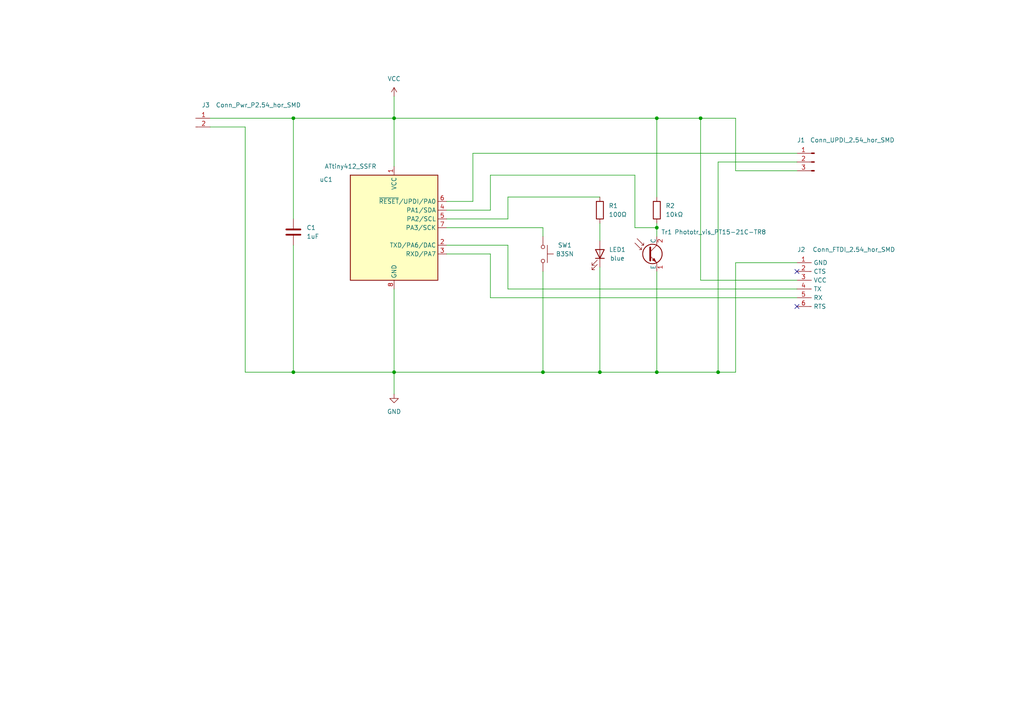
<source format=kicad_sch>
(kicad_sch (version 20211123) (generator eeschema)
  (paper "A4")
  (lib_symbols
    (symbol "Device:C" (pin_numbers hide) (pin_names (offset 0.254))
      (property "Reference" "C" (at 0.635 2.54 0))
      (property "Value" "C" (at 0.635 -2.54 0))
      (symbol "C_0_1"
        (polyline (pts (xy -2.032 -0.762) (xy 2.032 -0.762)) (stroke (width 0.508)))
        (polyline (pts (xy -2.032 0.762) (xy 2.032 0.762)) (stroke (width 0.508)))
      )
      (symbol "C_1_1"
        (pin passive line (at 0 3.81 270) (length 2.794) (name "~") (number "1"))
        (pin passive line (at 0 -3.81 90) (length 2.794) (name "~") (number "2"))
      )
    )
    (symbol "Device:LED" (pin_numbers hide) (pin_names (offset 1.016) hide)
      (property "Reference" "D" (at 0 2.54 0))
      (property "Value" "LED" (at 0 -2.54 0))
      (symbol "LED_0_1"
        (polyline (pts (xy -1.27 -1.27) (xy -1.27 1.27)) (stroke (width 0.254)))
        (polyline (pts (xy -1.27 0) (xy 1.27 0)))
        (polyline (pts (xy 1.27 -1.27) (xy 1.27 1.27) (xy -1.27 0) (xy 1.27 -1.27)) (stroke (width 0.254)))
        (polyline (pts (xy -3.048 -0.762) (xy -4.572 -2.286) (xy -3.81 -2.286) (xy -4.572 -2.286) (xy -4.572 -1.524)))
        (polyline (pts (xy -1.778 -0.762) (xy -3.302 -2.286) (xy -2.54 -2.286) (xy -3.302 -2.286) (xy -3.302 -1.524)))
      )
      (symbol "LED_1_1"
        (pin passive line (at -3.81 0 0) (length 2.54) (name "K") (number "1"))
        (pin passive line (at 3.81 0 180) (length 2.54) (name "A") (number "2"))
      )
    )
    (symbol "fab:BUTTON_B3SN" (pin_numbers hide) (pin_names (offset 1.016) hide)
      (property "Reference" "SW" (at 1.27 2.54 0))
      (property "Value" "BUTTON_B3SN" (at 0 -1.524 0))
      (symbol "BUTTON_B3SN_0_1"
        (circle (center -2.032 0) (radius 0.508))
        (polyline (pts (xy 0 1.27) (xy 0 3.048)))
        (polyline (pts (xy 2.54 1.27) (xy -2.54 1.27)))
        (circle (center 2.032 0) (radius 0.508))
        (pin passive line (at -5.08 0 0) (length 2.54) (name "1") (number "1"))
        (pin passive line (at 5.08 0 180) (length 2.54) (name "2") (number "2"))
      )
    )
    (symbol "fab:Conn_PinHeader_1x02_P2.54mm_Horizontal_SMD" (pin_names (offset 1.016))
      (property "Reference" "J" (at 0 2.54 0))
      (property "Value" "Conn_PinHeader_1x02_P2.54mm_Horizontal_SMD" (at 0 -5.08 0))
      (symbol "Conn_PinHeader_1x02_P2.54mm_Horizontal_SMD_1_1"
        (polyline (pts (xy 1.27 -2.54) (xy 0.8636 -2.54)) (stroke (width 0.1524)))
        (polyline (pts (xy 1.27 0) (xy 0.8636 0)) (stroke (width 0.1524)))
        (pin passive line (at 5.08 0 180) (length 3.81) (name "~") (number "1"))
        (pin passive line (at 5.08 -2.54 180) (length 3.81) (name "~") (number "2"))
      )
    )
    (symbol "fab:Conn_PinHeader_1x03_P2.54mm_Horizontal_SMD" (pin_names (offset 1.016) hide)
      (property "Reference" "J" (at 0 5.08 0))
      (property "Value" "Conn_PinHeader_1x03_P2.54mm_Horizontal_SMD" (at 0 -5.08 0))
      (symbol "Conn_PinHeader_1x03_P2.54mm_Horizontal_SMD_1_1"
        (polyline (pts (xy 1.27 -2.54) (xy 0.8636 -2.54)) (stroke (width 0.1524)))
        (polyline (pts (xy 1.27 0) (xy 0.8636 0)) (stroke (width 0.1524)))
        (polyline (pts (xy 1.27 2.54) (xy 0.8636 2.54)) (stroke (width 0.1524)))
        (rectangle (start 0.8636 -2.413) (end 0 -2.667) (stroke (width 0.1524)) (fill (type outline)))
        (rectangle (start 0.8636 0.127) (end 0 -0.127) (stroke (width 0.1524)) (fill (type outline)))
        (rectangle (start 0.8636 2.667) (end 0 2.413) (stroke (width 0.1524)) (fill (type outline)))
        (pin passive line (at 5.08 2.54 180) (length 3.81) (name "Pin_1") (number "1"))
        (pin passive line (at 5.08 0 180) (length 3.81) (name "Pin_2") (number "2"))
        (pin passive line (at 5.08 -2.54 180) (length 3.81) (name "Pin_3") (number "3"))
      )
    )
    (symbol "fab:Conn_PinHeader_FTDI_1x06_P2.54mm_Horizontal_SMD" (pin_names (offset 1.016))
      (property "Reference" "J" (at 0 7.62 0))
      (property "Value" "Conn_PinHeader_FTDI_1x06_P2.54mm_Horizontal_SMD" (at 0 -10.16 0))
      (symbol "Conn_PinHeader_FTDI_1x06_P2.54mm_Horizontal_SMD_1_1"
        (polyline (pts (xy 1.27 -7.62) (xy 0.8636 -7.62)) (stroke (width 0.1524)))
        (polyline (pts (xy 1.27 -5.08) (xy 0.8636 -5.08)) (stroke (width 0.1524)))
        (polyline (pts (xy 1.27 -2.54) (xy 0.8636 -2.54)) (stroke (width 0.1524)))
        (polyline (pts (xy 1.27 0) (xy 0.8636 0)) (stroke (width 0.1524)))
        (polyline (pts (xy 1.27 2.54) (xy 0.8636 2.54)) (stroke (width 0.1524)))
        (polyline (pts (xy 1.27 5.08) (xy 0.8636 5.08)) (stroke (width 0.1524)))
        (pin passive line (at 5.08 5.08 180) (length 3.81) (name "GND") (number "1"))
        (pin passive line (at 5.08 2.54 180) (length 3.81) (name "CTS") (number "2"))
        (pin passive line (at 5.08 0 180) (length 3.81) (name "VCC") (number "3"))
        (pin passive line (at 5.08 -2.54 180) (length 3.81) (name "TX") (number "4"))
        (pin passive line (at 5.08 -5.08 180) (length 3.81) (name "RX") (number "5"))
        (pin passive line (at 5.08 -7.62 180) (length 3.81) (name "RTS") (number "6"))
      )
    )
    (symbol "fab:Microcontroller_ATtiny412_SSFR"
      (property "Reference" "U" (at -12.7 17.78 0))
      (property "Value" "Microcontroller_ATtiny412_SSFR" (at 2.54 17.78 0))
      (symbol "Microcontroller_ATtiny412_SSFR_0_1"
        (rectangle (start -12.7 -15.24) (end 12.7 15.24) (stroke (width 0.254)) (fill (type background)))
      )
      (symbol "Microcontroller_ATtiny412_SSFR_1_1"
        (pin power_in line (at 0 17.78 270) (length 2.54) (name "VCC") (number "1"))
        (pin bidirectional line (at 15.24 -5.08 180) (length 2.54) (name "TXD/PA6/DAC") (number "2"))
        (pin bidirectional line (at 15.24 -7.62 180) (length 2.54) (name "RXD/PA7") (number "3"))
        (pin bidirectional line (at 15.24 5.08 180) (length 2.54) (name "PA1/SDA") (number "4"))
        (pin bidirectional line (at 15.24 2.54 180) (length 2.54) (name "PA2/SCL") (number "5"))
        (pin bidirectional line (at 15.24 7.62 180) (length 2.54) (name "~{RESET}/UPDI/PA0") (number "6"))
        (pin bidirectional line (at 15.24 0 180) (length 2.54) (name "PA3/SCK") (number "7"))
        (pin power_in line (at 0 -17.78 90) (length 2.54) (name "GND") (number "8"))
      )
    )
    (symbol "fab:Phototransistor_Visible_PT15-21C-TR8" (pin_names (offset 0))
      (property "Reference" "Q" (at 5.08 1.27 0))
      (property "Value" "Phototransistor_Visible_PT15-21C-TR8" (at 5.08 -1.27 0))
      (symbol "Phototransistor_Visible_PT15-21C-TR8_0_1"
        (polyline (pts (xy -1.905 1.27) (xy -2.54 1.27)))
        (polyline (pts (xy -1.27 2.54) (xy -1.905 2.54)))
        (polyline (pts (xy 0.635 0.635) (xy 2.54 2.54)))
        (polyline (pts (xy -3.81 3.175) (xy -1.905 1.27) (xy -1.905 1.905)))
        (polyline (pts (xy -3.175 4.445) (xy -1.27 2.54) (xy -1.27 3.175)))
        (polyline (pts (xy 0.635 -0.635) (xy 2.54 -2.54) (xy 2.54 -2.54)))
        (polyline (pts (xy 0.635 1.905) (xy 0.635 -1.905) (xy 0.635 -1.905)) (stroke (width 0.508)))
        (polyline (pts (xy 1.27 -1.778) (xy 1.778 -1.27) (xy 2.286 -2.286) (xy 1.27 -1.778) (xy 1.27 -1.778)) (fill (type outline)))
        (circle (center 1.27 0) (radius 2.8194) (stroke (width 0.254)))
      )
      (symbol "Phototransistor_Visible_PT15-21C-TR8_1_1"
        (pin passive line (at 2.54 -5.08 90) (length 2.54) (name "E") (number "1"))
        (pin passive line (at 2.54 5.08 270) (length 2.54) (name "C") (number "2"))
      )
    )
    (symbol "fab:R" (pin_numbers hide) (pin_names (offset 0))
      (property "Reference" "R" (at 2.032 0 90))
      (property "Value" "R" (at 0 0 90))
      (symbol "R_0_1"
        (rectangle (start -1.016 -2.54) (end 1.016 2.54) (stroke (width 0.254)))
      )
      (symbol "R_1_1"
        (pin passive line (at 0 3.81 270) (length 1.27) (name "~") (number "1"))
        (pin passive line (at 0 -3.81 90) (length 1.27) (name "~") (number "2"))
      )
    )
    (symbol "power:GND" (power) (pin_names (offset 0))
      (property "Value" "GND" (at 0 -3.81 0))
      (symbol "GND_0_1"
        (polyline (pts (xy 0 0) (xy 0 -1.27) (xy 1.27 -1.27) (xy 0 -2.54) (xy -1.27 -1.27) (xy 0 -1.27)))
      )
      (symbol "GND_1_1"
        (pin power_in line (at 0 0 270) (length 0) hide (name "GND") (number "1"))
      )
    )
    (symbol "power:VCC" (power) (pin_names (offset 0))
      (property "Value" "VCC" (at 0 3.81 0))
      (symbol "VCC_0_1"
        (polyline (pts (xy -0.762 1.27) (xy 0 2.54)))
        (polyline (pts (xy 0 0) (xy 0 2.54)))
        (polyline (pts (xy 0 2.54) (xy 0.762 1.27)))
      )
      (symbol "VCC_1_1"
        (pin power_in line (at 0 0 90) (length 0) hide (name "VCC") (number "1"))
      )
    )
  )
  (junction (at 114.3 34.29))
  (junction (at 203.2 34.29))
  (junction (at 85.09 34.29))
  (junction (at 208.28 107.95))
  (junction (at 157.48 107.95))
  (junction (at 190.5 66.04))
  (junction (at 190.5 34.29))
  (junction (at 85.09 107.95))
  (junction (at 173.99 107.95))
  (junction (at 190.5 107.95))
  (junction (at 114.3 107.95))
  (no_connect (at 231.14 78.74))
  (no_connect (at 231.14 88.9))
  (no_connect (at 63.5 -8.89))
  (wire (pts (xy 142.24 60.96) (xy 142.24 50.8)))
  (wire (pts (xy 85.09 34.29) (xy 85.09 63.5)))
  (wire (pts (xy 184.15 50.8) (xy 184.15 66.04)))
  (wire (pts (xy 190.5 78.74) (xy 190.5 107.95)))
  (wire (pts (xy 231.14 49.53) (xy 213.36 49.53)))
  (wire (pts (xy 213.36 49.53) (xy 213.36 34.29)))
  (wire (pts (xy 231.14 81.28) (xy 203.2 81.28)))
  (wire (pts (xy 190.5 57.15) (xy 190.5 34.29)))
  (wire (pts (xy 142.24 50.8) (xy 184.15 50.8)))
  (wire (pts (xy 129.54 60.96) (xy 142.24 60.96)))
  (wire (pts (xy 231.14 86.36) (xy 142.24 86.36)))
  (wire (pts (xy 184.15 66.04) (xy 190.5 66.04)))
  (wire (pts (xy 114.3 27.94) (xy 114.3 34.29)))
  (wire (pts (xy 85.09 107.95) (xy 114.3 107.95)))
  (wire (pts (xy 157.48 78.74) (xy 157.48 107.95)))
  (wire (pts (xy 147.32 83.82) (xy 147.32 71.12)))
  (wire (pts (xy 129.54 66.04) (xy 157.48 66.04)))
  (wire (pts (xy 208.28 46.99) (xy 208.28 107.95)))
  (wire (pts (xy 190.5 66.04) (xy 190.5 68.58)))
  (wire (pts (xy 157.48 66.04) (xy 157.48 68.58)))
  (wire (pts (xy 114.3 107.95) (xy 157.48 107.95)))
  (wire (pts (xy 231.14 83.82) (xy 147.32 83.82)))
  (wire (pts (xy 114.3 107.95) (xy 114.3 114.3)))
  (wire (pts (xy 213.36 76.2) (xy 213.36 107.95)))
  (wire (pts (xy 157.48 107.95) (xy 173.99 107.95)))
  (wire (pts (xy 190.5 64.77) (xy 190.5 66.04)))
  (wire (pts (xy 173.99 64.77) (xy 173.99 69.85)))
  (wire (pts (xy 147.32 57.15) (xy 173.99 57.15)))
  (wire (pts (xy 137.16 44.45) (xy 137.16 58.42)))
  (wire (pts (xy 190.5 107.95) (xy 208.28 107.95)))
  (wire (pts (xy 203.2 34.29) (xy 213.36 34.29)))
  (wire (pts (xy 85.09 71.12) (xy 85.09 107.95)))
  (wire (pts (xy 114.3 34.29) (xy 190.5 34.29)))
  (wire (pts (xy 137.16 58.42) (xy 129.54 58.42)))
  (wire (pts (xy 129.54 71.12) (xy 147.32 71.12)))
  (wire (pts (xy 60.96 34.29) (xy 85.09 34.29)))
  (wire (pts (xy 129.54 63.5) (xy 147.32 63.5)))
  (wire (pts (xy 147.32 63.5) (xy 147.32 57.15)))
  (wire (pts (xy 173.99 107.95) (xy 190.5 107.95)))
  (wire (pts (xy 114.3 34.29) (xy 114.3 48.26)))
  (wire (pts (xy 142.24 86.36) (xy 142.24 73.66)))
  (wire (pts (xy 208.28 107.95) (xy 213.36 107.95)))
  (wire (pts (xy 203.2 81.28) (xy 203.2 34.29)))
  (wire (pts (xy 231.14 76.2) (xy 213.36 76.2)))
  (wire (pts (xy 60.96 36.83) (xy 71.12 36.83)))
  (wire (pts (xy 190.5 34.29) (xy 203.2 34.29)))
  (wire (pts (xy 71.12 107.95) (xy 85.09 107.95)))
  (wire (pts (xy 231.14 44.45) (xy 137.16 44.45)))
  (wire (pts (xy 129.54 73.66) (xy 142.24 73.66)))
  (wire (pts (xy 71.12 36.83) (xy 71.12 107.95)))
  (wire (pts (xy 85.09 34.29) (xy 114.3 34.29)))
  (wire (pts (xy 231.14 46.99) (xy 208.28 46.99)))
  (wire (pts (xy 114.3 83.82) (xy 114.3 107.95)))
  (wire (pts (xy 173.99 77.47) (xy 173.99 107.95)))
  (symbol (lib_id "fab:R") (at 190.5 60.96 0) (unit 1)
    (property "Reference" "R2" (at 193.04 59.6899 0) (effects (justify left)))
    (property "Value" "10kΩ" (at 193.04 62.2299 0) (effects (justify left)))
    (property "Footprint" "fab:R_1206" (effects hide))
  )
  (symbol (lib_id "Device:LED") (at 173.99 73.66 270) (mirror x) (unit 1)
    (property "Reference" "LED1" (at 179.07 72.39 90))
    (property "Value" "blue" (at 179.07 74.93 90))
    (property "Footprint" "Diode_SMD:D_1206_3216Metric_Pad1.42x1.75mm_HandSolder" (effects hide))
  )
  (symbol (lib_id "fab:Conn_PinHeader_1x02_P2.54mm_Horizontal_SMD") (at 55.88 34.29 0) (unit 1)
    (property "Reference" "J3" (at 59.69 30.48 0))
    (property "Value" "Conn_Pwr_P2.54_hor_SMD" (at 74.93 30.48 0))
    (property "Footprint" "fab:PinHeader_UPDI_01x02_P2.54mm_Horizontal_SMD" (effects hide))
  )
  (symbol (lib_id "fab:Phototransistor_Visible_PT15-21C-TR8") (at 187.96 73.66 0) (unit 1)
    (property "Reference" "Tr1" (at 191.77 67.31 0) (effects (justify left)))
    (property "Value" "Phototr_vis_PT15-21C-TR8" (at 195.58 67.31 0) (effects (justify left)))
    (property "Footprint" "fab:Q_1206" (effects hide))
    (property "Datasheet" "https://www.everlight.com/file/ProductFile/PT15-21C-TR8.pdf" (effects hide))
  )
  (symbol (lib_id "fab:BUTTON_B3SN") (at 157.48 73.66 270) (unit 1)
    (property "Reference" "SW1" (at 163.83 71.12 90))
    (property "Value" "B3SN" (at 163.83 73.66 90))
    (property "Footprint" "fab:Button_Omron_B3SN_6x6mm" (effects hide))
    (property "Datasheet" "https://omronfs.omron.com/en_US/ecb/products/pdf/en-b3sn.pdf" (effects hide))
  )
  (symbol (lib_id "power:GND") (at 114.3 114.3 0) (unit 1)
    (property "Reference" "#PWR0102" (effects hide))
    (property "Value" "GND" (at 114.3 119.38 0))
  )
  (symbol (lib_id "fab:R") (at 173.99 60.96 0) (unit 1)
    (property "Reference" "R1" (at 176.53 59.6899 0) (effects (justify left)))
    (property "Value" "100Ω" (at 176.53 62.2299 0) (effects (justify left)))
    (property "Footprint" "fab:R_1206" (effects hide))
  )
  (symbol (lib_id "fab:Conn_PinHeader_1x03_P2.54mm_Horizontal_SMD") (at 236.22 46.99 0) (mirror y) (unit 1)
    (property "Reference" "J1" (at 231.14 40.64 0) (effects (justify right)))
    (property "Value" "Conn_UPDI_2.54_hor_SMD" (at 234.95 40.64 0) (effects (justify right)))
    (property "Footprint" "fab:PinHeader_1x03_P2.54mm_Horizontal_SMD" (effects hide))
  )
  (symbol (lib_id "power:VCC") (at 114.3 27.94 0) (unit 1)
    (property "Reference" "#PWR0101" (effects hide))
    (property "Value" "VCC" (at 114.3 22.86 0))
  )
  (symbol (lib_id "fab:Microcontroller_ATtiny412_SSFR") (at 114.3 66.04 0) (unit 1)
    (property "Reference" "uC1" (at 96.52 52.07 0) (effects (justify right)))
    (property "Value" "ATtiny412_SSFR" (at 109.22 48.26 0) (effects (justify right)))
    (property "Footprint" "fab:SOIC-8_3.9x4.9mm_P1.27mm" (effects hide))
    (property "Datasheet" "http://ww1.microchip.com/downloads/en/DeviceDoc/40001911A.pdf" (effects hide))
  )
  (symbol (lib_id "Device:C") (at 85.09 67.31 180) (unit 1)
    (property "Reference" "C1" (at 88.9 66.0399 0) (effects (justify right)))
    (property "Value" "1uF" (at 88.9 68.5799 0) (effects (justify right)))
    (property "Footprint" "Capacitor_SMD:C_1206_3216Metric_Pad1.33x1.80mm_HandSolder" (effects hide))
  )
  (symbol (lib_id "fab:Conn_PinHeader_FTDI_1x06_P2.54mm_Horizontal_SMD") (at 236.22 81.28 0) (mirror y) (unit 1)
    (property "Reference" "J2" (at 232.41 72.39 0))
    (property "Value" "Conn_FTDI_2.54_hor_SMD" (at 247.65 72.39 0))
    (property "Footprint" "fab:PinHeader_FTDI_01x06_P2.54mm_Horizontal_SMD" (effects hide))
  )
)
</source>
